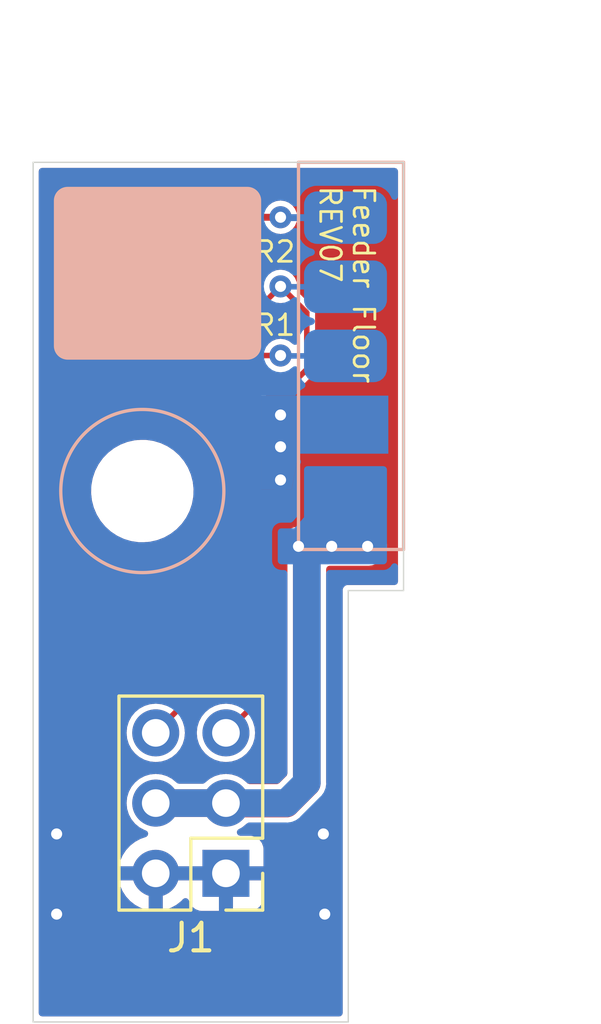
<source format=kicad_pcb>
(kicad_pcb (version 20221018) (generator pcbnew)
  (layers (0 "F.Cu" signal) (31 "B.Cu" signal) (34 "B.Paste" user) (35 "F.Paste" user) (36 "B.SilkS" user "B.Silkscreen") (37 "F.SilkS" user "F.Silkscreen") (38 "B.Mask" user) (39 "F.Mask" user) (44 "Edge.Cuts" user))
  (net 0 "")
  (net 1 "GND")
  (net 2 "1WIRE")
  (net 3 "VIN")
  (net 4 "RS-485+")
  (net 5 "RS-485-")
  (footprint "Connector_PinHeader_2.54mm:PinHeader_2x03_P2.54mm_Vertical" (layer "F.Cu") (at 28.225 50.825 180)
    (fp_text reference "J1" (at 1.27 -2.33 180) (layer "F.SilkS"))
    (fp_text value "IDC")
    (fp_line (start -1.33 -1.33) (end 0 -1.33) (stroke (width 0.12)) (layer "F.SilkS"))
    (fp_line (start -1.33 0) (end -1.33 -1.33) (stroke (width 0.12)) (layer "F.SilkS"))
    (fp_line (start -1.33 1.27) (end -1.33 6.41) (stroke (width 0.12)) (layer "F.SilkS"))
    (fp_line (start -1.33 1.27) (end 1.27 1.27) (stroke (width 0.12)) (layer "F.SilkS"))
    (fp_line (start -1.33 6.41) (end 3.87 6.41) (stroke (width 0.12)) (layer "F.SilkS"))
    (fp_line (start 1.27 -1.33) (end 3.87 -1.33) (stroke (width 0.12)) (layer "F.SilkS"))
    (fp_line (start 1.27 1.27) (end 1.27 -1.33) (stroke (width 0.12)) (layer "F.SilkS"))
    (fp_line (start 3.87 -1.33) (end 3.87 6.41) (stroke (width 0.12)) (layer "F.SilkS"))
    (pad "1" thru_hole rect (at 0 0 180) (size 1.7 1.7) (drill 1) (layers "*.Cu" "*.Mask") (net 1 "GND"))
    (pad "2" thru_hole oval (at 2.54 0 180) (size 1.7 1.7) (drill 1) (layers "*.Cu" "*.Mask") (net 1 "GND"))
    (pad "3" thru_hole oval (at 0 2.54 180) (size 1.7 1.7) (drill 1) (layers "*.Cu" "*.Mask") (net 3 "VIN"))
    (pad "4" thru_hole oval (at 2.54 2.54 180) (size 1.7 1.7) (drill 1) (layers "*.Cu" "*.Mask") (net 3 "VIN"))
    (pad "5" thru_hole oval (at 0 5.08 180) (size 1.7 1.7) (drill 1) (layers "*.Cu" "*.Mask") (net 4 "RS-485+"))
    (pad "6" thru_hole oval (at 2.54 5.08 180) (size 1.7 1.7) (drill 1) (layers "*.Cu" "*.Mask") (net 5 "RS-485-"))
  )
  (footprint "MountingHole:MountingHole_3.2mm_M3" (layer "F.Cu") (at 25.2 37)
    (fp_text reference "H1" hide)
    (fp_text value "MountingHole")
    (pad "" np_thru_hole circle (at 0 0) (size 3.2 3.2) (drill 3.2) (layers "*.Cu" "*.Mask"))
  )
  (footprint "feeder:DS28E07_MULTI" (layer "F.Cu") (at 25.15 29.3 -90)
    (fp_text reference "U1" (at 0 2.5 180) (layer "F.SilkS") (effects (font (size 0.75 0.75) (thickness 0.1))))
    (fp_text value "DS28E07")
    (fp_line (start -1.15 -0.9) (end -0.75 -0.5) (stroke (width 0.2)) (layer "F.Cu"))
    (fp_line (start -0.75 -0.5) (end -0.75 0.45) (stroke (width 0.2)) (layer "F.Cu"))
    (fp_line (start -0.75 0.45) (end -1.15 0.9) (stroke (width 0.2)) (layer "F.Cu"))
    (fp_line (start -2.925 -1.75) (end -2.5875 -1.75) (stroke (width 0.12)) (layer "F.SilkS"))
    (fp_line (start -2.925 -1.425) (end -2.925 -1.75) (stroke (width 0.12)) (layer "F.SilkS"))
    (fp_line (start -1.225 1.61) (end 1.225 1.61) (stroke (width 0.12)) (layer "F.SilkS"))
    (fp_line (start 0 -1.61) (end 1.225 -1.61) (stroke (width 0.12)) (layer "F.SilkS"))
    (pad "1" smd custom (at -1.45 -1 270) (size 0.8 0.4) (layers "F.Cu" "F.Paste" "F.Mask") (net 1 "GND") (options (clearance outline) (anchor rect)) (primitives (gr_poly (pts (xy 0.1 -0.125) (xy -1.2 -0.125) (xy -1.2 -0.475) (xy 0.1 -0.475)) (width 0.2) (fill yes))))
    (pad "2" smd custom (at -1.45 0 270) (size 0.8 0.4) (layers "F.Cu" "F.Paste" "F.Mask") (net 2 "1WIRE") (options (clearance outline) (anchor rect)) (primitives (gr_poly (pts (xy 0.1 0.2) (xy -1.2 0.2) (xy -1.2 -0.2) (xy 0.1 -0.2)) (width 0.2) (fill yes))))
    (pad "3" smd custom (at -1.45 1 270) (size 0.8 0.4) (layers "F.Cu" "F.Paste" "F.Mask") (options (clearance outline) (anchor rect)) (primitives (gr_poly (pts (xy 0.1 0.475) (xy -1.2 0.475) (xy -1.2 0.125) (xy 0.1 0.125)) (width 0.2) (fill yes))))
    (pad "4" smd custom (at 1.45 1 270) (size 0.8 0.4) (layers "F.Cu" "F.Paste" "F.Mask") (options (clearance outline) (anchor rect)) (primitives (gr_poly (pts (xy 1.2 0.475) (xy -0.1 0.475) (xy -0.1 0.125) (xy 1.2 0.125)) (width 0.2) (fill yes))))
    (pad "5" smd custom (at 1.45 0 270) (size 0.8 0.4) (layers "F.Cu" "F.Paste" "F.Mask") (options (clearance outline) (anchor rect)) (primitives (gr_poly (pts (xy 1.2 0.2) (xy -0.1 0.2) (xy -0.1 -0.2) (xy 1.2 -0.2)) (width 0.2) (fill yes))))
    (pad "6" smd custom (at 1.45 -1 270) (size 0.8 0.4) (layers "F.Cu" "F.Paste" "F.Mask") (options (clearance outline) (anchor rect)) (primitives (gr_poly (pts (xy 1.2 -0.125) (xy -0.1 -0.125) (xy -0.1 -0.475) (xy 1.2 -0.475)) (width 0.2) (fill yes))))
  )
  (footprint "Resistor_SMD:R_0805_2012Metric" (layer "F.Cu") (at 28.35 31.5 90)
    (fp_text reference "R1" (at 0.5 1.65 180) (layer "F.SilkS") (effects (font (size 0.75 0.75) (thickness 0.1))))
    (fp_text value "120R")
    (fp_line (start -0.227064 -0.735) (end 0.227064 -0.735) (stroke (width 0.12)) (layer "F.SilkS"))
    (fp_line (start -0.227064 0.735) (end 0.227064 0.735) (stroke (width 0.12)) (layer "F.SilkS"))
    (pad "1" smd roundrect (at -0.9125 0 90) (size 1.025 1.4) (layers "F.Cu" "F.Paste" "F.Mask") (roundrect_rratio 0.243902439) (net 5 "RS-485-"))
    (pad "2" smd roundrect (at 0.9125 0 90) (size 1.025 1.4) (layers "F.Cu" "F.Paste" "F.Mask") (roundrect_rratio 0.243902439) (net 4 "RS-485+"))
  )
  (footprint "Resistor_SMD:R_0805_2012Metric" (layer "F.Cu") (at 28.35 28 -90)
    (fp_text reference "R2" (at 0.35 -1.65) (layer "F.SilkS") (effects (font (size 0.75 0.75) (thickness 0.1))))
    (fp_text value "1M")
    (fp_line (start -0.227064 -0.735) (end 0.227064 -0.735) (stroke (width 0.12)) (layer "F.SilkS"))
    (fp_line (start -0.227064 0.735) (end 0.227064 0.735) (stroke (width 0.12)) (layer "F.SilkS"))
    (pad "1" smd roundrect (at -0.9125 0 270) (size 1.025 1.4) (layers "F.Cu" "F.Paste" "F.Mask") (roundrect_rratio 0.243902439) (net 2 "1WIRE"))
    (pad "2" smd roundrect (at 0.9125 0 270) (size 1.025 1.4) (layers "F.Cu" "F.Paste" "F.Mask") (roundrect_rratio 0.243902439) (net 1 "GND"))
  )
  (footprint "feeder:AVX-915-005-541-Contact-Surface" (layer "B.Cu") (at 32.550114 27.113687 -90)
    (fp_text reference "J2" hide)
    (fp_text value "Conn_01x05_Female")
    (fp_line (start -2 -2.1) (end 12 -2.1) (stroke (width 0.12)) (layer "B.SilkS"))
    (fp_line (start -2 1.7) (end -2 -2.1) (stroke (width 0.12)) (layer "B.SilkS"))
    (fp_line (start -2 1.7) (end 12 1.7) (stroke (width 0.12)) (layer "B.SilkS"))
    (fp_line (start 12 1.7) (end 12 -2.1) (stroke (width 0.12)) (layer "B.SilkS"))
    (pad "1" smd roundrect (at 0 0 270) (size 1.9 3) (layers "B.Cu" "B.Paste" "B.Mask") (net 2 "1WIRE"))
    (pad "2" smd roundrect (at 2.5 0 270) (size 1.9 3) (layers "B.Cu" "B.Paste" "B.Mask") (net 4 "RS-485+"))
    (pad "3" smd roundrect (at 5 0 270) (size 1.9 3) (layers "B.Cu" "B.Paste" "B.Mask") (net 5 "RS-485-"))
    (pad "4" smd roundrect (at 7.5 0 270) (size 1.9 3) (layers "B.Cu" "B.Paste" "B.Mask") (net 1 "GND"))
    (pad "5" smd roundrect (at 10 0 270) (size 1.9 3) (layers "B.Cu" "B.Paste" "B.Mask") (net 3 "VIN"))
  )
  (gr_rect (start 22.5 26.5) (end 29 31.75) (stroke (width 1)) (fill solid) (layer "B.SilkS"))
  (gr_circle (center 25.2 37) (end 22.25 37) (stroke (width 0.12)) (fill none) (layer "B.SilkS"))
  (gr_line (start 32.650114 40.6) (end 32.65 56.2) (stroke (width 0.05)) (layer "Edge.Cuts"))
  (gr_line (start 34.650114 25.113687) (end 34.650114 40.6) (stroke (width 0.05)) (layer "Edge.Cuts"))
  (gr_line (start 29.650114 25.113687) (end 21.250114 25.113687) (stroke (width 0.05)) (layer "Edge.Cuts"))
  (gr_line (start 32.650114 40.6) (end 34.650114 40.6) (stroke (width 0.05)) (layer "Edge.Cuts"))
  (gr_line (start 29.650114 25.113687) (end 34.650114 25.113687) (stroke (width 0.05)) (layer "Edge.Cuts"))
  (gr_line (start 21.25 56.2) (end 21.250114 25.113687) (stroke (width 0.05)) (layer "Edge.Cuts"))
  (gr_line (start 32.65 56.2) (end 21.25 56.2) (stroke (width 0.05)) (layer "Edge.Cuts"))
  (gr_text "50" (at 26 29.25) (layer "B.SilkS") (effects (font (size 3 3) (thickness 0.5)) (justify mirror)))
  (gr_text "Feeder Floor\nREV07" (at 32.6 25.9 270) (layer "F.SilkS") (effects (font (size 0.75 0.75) (thickness 0.1)) (justify left)))
  (segment (start 28.9875 28.9125) (end 29.6 28.3) (width 0.5) (layer "F.Cu") (net 1))
  (segment (start 26.975481 27.725481) (end 26.15 27.725481) (width 0.5) (layer "F.Cu") (net 1))
  (segment (start 28.35 28.9125) (end 28.9875 28.9125) (width 0.5) (layer "F.Cu") (net 1))
  (segment (start 30.7 34.25) (end 30.2 34.25) (width 0.5) (layer "F.Cu") (net 1))
  (segment (start 28.35 28.9125) (end 28.1625 28.9125) (width 0.5) (layer "F.Cu") (net 1))
  (segment (start 32.45 32.5) (end 30.7 34.25) (width 0.5) (layer "F.Cu") (net 1))
  (segment (start 28.1625 28.9125) (end 26.975481 27.725481) (width 0.5) (layer "F.Cu") (net 1))
  (segment (start 30.75 28.3) (end 32.45 30) (width 0.5) (layer "F.Cu") (net 1))
  (segment (start 32.45 30) (end 32.45 32.5) (width 0.5) (layer "F.Cu") (net 1))
  (segment (start 29.6 28.3) (end 30.75 28.3) (width 0.5) (layer "F.Cu") (net 1))
  (via (at 30.2 36.6) (size 0.8) (drill 0.4) (layers "F.Cu" "B.Cu") (net 1))
  (via (at 30.2 34.25) (size 0.8) (drill 0.4) (layers "F.Cu" "B.Cu") (net 1))
  (via (at 31.75 49.4) (size 0.8) (drill 0.4) (layers "F.Cu" "B.Cu") (net 1))
  (via (at 30.2 35.4) (size 0.8) (drill 0.4) (layers "F.Cu" "B.Cu") (net 1))
  (via (at 31.8 52.3) (size 0.8) (drill 0.4) (layers "F.Cu" "B.Cu") (net 1))
  (via (at 22.1 49.4) (size 0.8) (drill 0.4) (layers "F.Cu" "B.Cu") (net 1))
  (via (at 22.1 52.3) (size 0.8) (drill 0.4) (layers "F.Cu" "B.Cu") (net 1))
  (segment (start 25.15 27.85) (end 25.15 26.85) (width 0.25) (layer "F.Cu") (net 2))
  (segment (start 30.2 27.1) (end 28.3625 27.1) (width 0.25) (layer "F.Cu") (net 2))
  (segment (start 27.3625 26.1) (end 28.35 27.0875) (width 0.25) (layer "F.Cu") (net 2))
  (segment (start 25.9 26.1) (end 27.3625 26.1) (width 0.25) (layer "F.Cu") (net 2))
  (segment (start 28.3625 27.1) (end 28.35 27.0875) (width 0.25) (layer "F.Cu") (net 2))
  (segment (start 25.15 26.85) (end 25.9 26.1) (width 0.25) (layer "F.Cu") (net 2))
  (via (at 30.2 27.1) (size 0.8) (drill 0.4) (layers "F.Cu" "B.Cu") (net 2))
  (segment (start 30.213687 27.113687) (end 32.550114 27.113687) (width 0.25) (layer "B.Cu") (net 2))
  (segment (start 30.2 27.1) (end 30.213687 27.113687) (width 0.25) (layer "B.Cu") (net 2))
  (segment (start 31.15 47.559022) (end 31.15 39.3) (width 1) (layer "F.Cu") (net 3))
  (segment (start 28.24 48.3) (end 30.409022 48.3) (width 1) (layer "F.Cu") (net 3))
  (segment (start 30.85 39) (end 32.05 39) (width 1) (layer "F.Cu") (net 3))
  (segment (start 28.225 48.285) (end 28.24 48.3) (width 1) (layer "F.Cu") (net 3))
  (segment (start 30.409022 48.3) (end 31.15 47.559022) (width 1) (layer "F.Cu") (net 3))
  (segment (start 31.15 39.3) (end 30.85 39) (width 1) (layer "F.Cu") (net 3))
  (segment (start 33.35 39) (end 30.85 39) (width 1) (layer "F.Cu") (net 3))
  (segment (start 28.225 48.285) (end 25.685 48.285) (width 1) (layer "F.Cu") (net 3))
  (via (at 30.85 39) (size 0.8) (drill 0.4) (layers "F.Cu" "B.Cu") (net 3))
  (via (at 33.35 39) (size 0.8) (drill 0.4) (layers "F.Cu" "B.Cu") (net 3))
  (via (at 32.05 39) (size 0.8) (drill 0.4) (layers "F.Cu" "B.Cu") (net 3))
  (segment (start 25.685 48.285) (end 28.225 48.285) (width 1) (layer "B.Cu") (net 3))
  (segment (start 31.15 47.55) (end 30.415 48.285) (width 1) (layer "B.Cu") (net 3))
  (segment (start 31.15 39) (end 31.15 47.55) (width 1) (layer "B.Cu") (net 3))
  (segment (start 30.415 48.285) (end 28.225 48.285) (width 1) (layer "B.Cu") (net 3))
  (segment (start 32.05 39) (end 31.15 39) (width 1) (layer "B.Cu") (net 3))
  (segment (start 30.65 33.1) (end 29.7 33.1) (width 0.2) (layer "F.Cu") (net 4))
  (segment (start 29.1 33.7) (end 29.1 44.87) (width 0.2) (layer "F.Cu") (net 4))
  (segment (start 31.15 30.55) (end 31.15 32.6) (width 0.2) (layer "F.Cu") (net 4))
  (segment (start 31.15 32.6) (end 30.65 33.1) (width 0.2) (layer "F.Cu") (net 4))
  (segment (start 29.2125 30.5875) (end 28.35 30.5875) (width 0.2) (layer "F.Cu") (net 4))
  (segment (start 29.1 44.87) (end 28.225 45.745) (width 0.2) (layer "F.Cu") (net 4))
  (segment (start 30.2 29.6) (end 31.15 30.55) (width 0.2) (layer "F.Cu") (net 4))
  (segment (start 29.7 33.1) (end 29.1 33.7) (width 0.2) (layer "F.Cu") (net 4))
  (segment (start 30.2 29.6) (end 29.2125 30.5875) (width 0.2) (layer "F.Cu") (net 4))
  (via (at 30.2 29.6) (size 0.8) (drill 0.4) (layers "F.Cu" "B.Cu") (net 4))
  (segment (start 30.213687 29.613687) (end 32.550114 29.613687) (width 0.2) (layer "B.Cu") (net 4))
  (segment (start 30.2 29.6) (end 30.213687 29.613687) (width 0.2) (layer "B.Cu") (net 4))
  (segment (start 25.685 45.715) (end 28.65 42.75) (width 0.2) (layer "F.Cu") (net 5))
  (segment (start 30.2 32.1) (end 28.6625 32.1) (width 0.2) (layer "F.Cu") (net 5))
  (segment (start 28.65 32.7125) (end 28.35 32.4125) (width 0.2) (layer "F.Cu") (net 5))
  (segment (start 25.685 45.745) (end 25.685 45.715) (width 0.2) (layer "F.Cu") (net 5))
  (segment (start 28.65 42.75) (end 28.65 32.7125) (width 0.2) (layer "F.Cu") (net 5))
  (segment (start 28.6625 32.1) (end 28.35 32.4125) (width 0.2) (layer "F.Cu") (net 5))
  (via (at 30.2 32.1) (size 0.8) (drill 0.4) (layers "F.Cu" "B.Cu") (net 5))
  (segment (start 30.2 32.1) (end 30.213687 32.113687) (width 0.2) (layer "B.Cu") (net 5))
  (segment (start 30.213687 32.113687) (end 32.550114 32.113687) (width 0.2) (layer "B.Cu") (net 5))
  (zone (net 1) (net_name "GND") (layers "F&B.Cu") (connect_pads (clearance 0.2)) (min_thickness 0.254) (fill yes (thermal_gap 0.508) (thermal_bridge_width 0.508))
    (polygon (pts (xy 34.75 40.7) (xy 32.75 40.7) (xy 32.75 56.3) (xy 21.15 56.3) (xy 21.15 25) (xy 34.75 25)))
  )
  (zone (net 1) (net_name "GND") (layer "B.Cu") (priority 20) (connect_pads yes (clearance 0.2)) (min_thickness 0.254) (fill yes (thermal_gap 0.508) (thermal_bridge_width 0.508))
    (polygon (pts (xy 31.15 33.55) (xy 34.1 33.55) (xy 34.1 35.65) (xy 30.85 35.65) (xy 30.6 36.95) (xy 29.5 36.95) (xy 29.5 33.55) (xy 30.85 33.55)))
  )
  (zone (net 3) (net_name "VIN") (layer "B.Cu") (priority 20) (connect_pads yes (clearance 0.2)) (min_thickness 0.254) (fill yes (thermal_gap 0.508) (thermal_bridge_width 0.508))
    (polygon (pts (xy 34.05 39.65) (xy 30.1 39.65) (xy 30.1 38.35) (xy 30.7 38.35) (xy 31.05 37.95) (xy 31.05 36.1) (xy 34.05 36.1)))
  )
)
</source>
